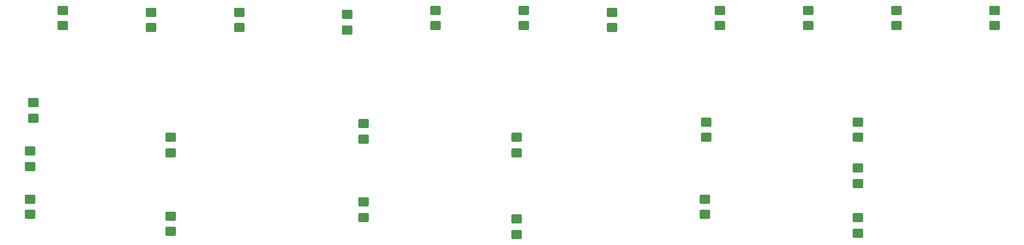
<source format=gbr>
%TF.GenerationSoftware,KiCad,Pcbnew,8.0.3*%
%TF.CreationDate,2024-07-16T13:50:52-06:00*%
%TF.ProjectId,SolarTelescope_LED_PCB,536f6c61-7254-4656-9c65-73636f70655f,1.0*%
%TF.SameCoordinates,Original*%
%TF.FileFunction,Paste,Top*%
%TF.FilePolarity,Positive*%
%FSLAX46Y46*%
G04 Gerber Fmt 4.6, Leading zero omitted, Abs format (unit mm)*
G04 Created by KiCad (PCBNEW 8.0.3) date 2024-07-16 13:50:52*
%MOMM*%
%LPD*%
G01*
G04 APERTURE LIST*
G04 Aperture macros list*
%AMRoundRect*
0 Rectangle with rounded corners*
0 $1 Rounding radius*
0 $2 $3 $4 $5 $6 $7 $8 $9 X,Y pos of 4 corners*
0 Add a 4 corners polygon primitive as box body*
4,1,4,$2,$3,$4,$5,$6,$7,$8,$9,$2,$3,0*
0 Add four circle primitives for the rounded corners*
1,1,$1+$1,$2,$3*
1,1,$1+$1,$4,$5*
1,1,$1+$1,$6,$7*
1,1,$1+$1,$8,$9*
0 Add four rect primitives between the rounded corners*
20,1,$1+$1,$2,$3,$4,$5,0*
20,1,$1+$1,$4,$5,$6,$7,0*
20,1,$1+$1,$6,$7,$8,$9,0*
20,1,$1+$1,$8,$9,$2,$3,0*%
G04 Aperture macros list end*
%ADD10RoundRect,0.250000X0.450000X-0.350000X0.450000X0.350000X-0.450000X0.350000X-0.450000X-0.350000X0*%
%ADD11RoundRect,0.250000X-0.450000X0.350000X-0.450000X-0.350000X0.450000X-0.350000X0.450000X0.350000X0*%
G04 APERTURE END LIST*
D10*
%TO.C,R4*%
X103415000Y-93210000D03*
X103415000Y-91210000D03*
%TD*%
%TO.C,R8*%
X148215000Y-93210000D03*
X148215000Y-91210000D03*
%TD*%
D11*
%TO.C,R2*%
X85215000Y-99210000D03*
X85215000Y-101210000D03*
%TD*%
D10*
%TO.C,R3*%
X103415000Y-103410000D03*
X103415000Y-101410000D03*
%TD*%
%TO.C,R22*%
X174575000Y-76730000D03*
X174575000Y-74730000D03*
%TD*%
%TO.C,R13*%
X192415000Y-91210000D03*
X192415000Y-89210000D03*
%TD*%
%TO.C,R24*%
X197435000Y-76730000D03*
X197435000Y-74730000D03*
%TD*%
%TO.C,R16*%
X100915000Y-77000000D03*
X100915000Y-75000000D03*
%TD*%
%TO.C,R15*%
X89485000Y-76730000D03*
X89485000Y-74730000D03*
%TD*%
D11*
%TO.C,R9*%
X172815000Y-89210000D03*
X172815000Y-91210000D03*
%TD*%
D10*
%TO.C,R21*%
X160605000Y-77000000D03*
X160605000Y-75000000D03*
%TD*%
%TO.C,R18*%
X126315000Y-77270000D03*
X126315000Y-75270000D03*
%TD*%
%TO.C,R25*%
X210135000Y-76730000D03*
X210135000Y-74730000D03*
%TD*%
%TO.C,R19*%
X137745000Y-76730000D03*
X137745000Y-74730000D03*
%TD*%
%TO.C,R7*%
X148215000Y-103810000D03*
X148215000Y-101810000D03*
%TD*%
%TO.C,R17*%
X112345000Y-77000000D03*
X112345000Y-75000000D03*
%TD*%
D11*
%TO.C,R10*%
X172615000Y-99210000D03*
X172615000Y-101210000D03*
%TD*%
%TO.C,R5*%
X128415000Y-89410000D03*
X128415000Y-91410000D03*
%TD*%
D10*
%TO.C,R14*%
X85675000Y-88700000D03*
X85675000Y-86700000D03*
%TD*%
%TO.C,R12*%
X192415000Y-97210000D03*
X192415000Y-95210000D03*
%TD*%
D11*
%TO.C,R1*%
X85215000Y-93010000D03*
X85215000Y-95010000D03*
%TD*%
%TO.C,R6*%
X128415000Y-99610000D03*
X128415000Y-101610000D03*
%TD*%
D10*
%TO.C,R11*%
X192415000Y-103610000D03*
X192415000Y-101610000D03*
%TD*%
%TO.C,R20*%
X149175000Y-76730000D03*
X149175000Y-74730000D03*
%TD*%
%TO.C,R23*%
X186005000Y-76730000D03*
X186005000Y-74730000D03*
%TD*%
M02*

</source>
